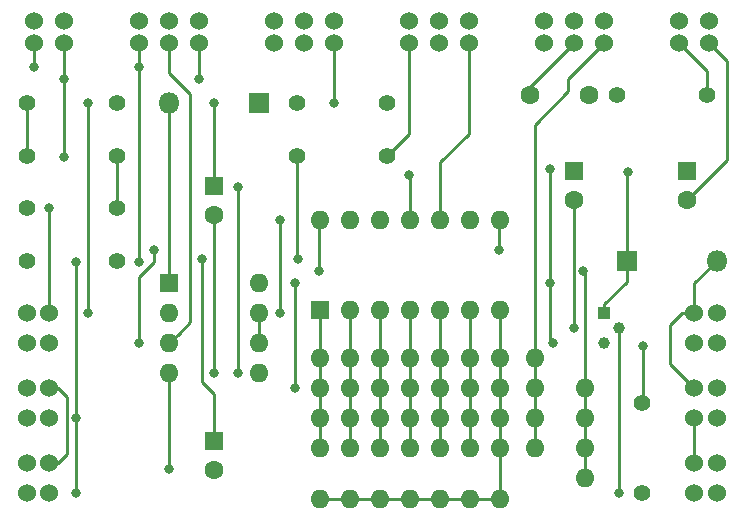
<source format=gbr>
%TF.GenerationSoftware,KiCad,Pcbnew,(2017-09-01 revision 8d1475135)-makepkg*%
%TF.CreationDate,2017-12-27T16:35:41-08:00*%
%TF.ProjectId,workshop_drum1,776F726B73686F705F6472756D312E6B,rev?*%
%TF.SameCoordinates,Original*%
%TF.FileFunction,Copper,L1,Top,Signal*%
%TF.FilePolarity,Positive*%
%FSLAX46Y46*%
G04 Gerber Fmt 4.6, Leading zero omitted, Abs format (unit mm)*
G04 Created by KiCad (PCBNEW (2017-09-01 revision 8d1475135)-makepkg) date 12/27/17 16:35:41*
%MOMM*%
%LPD*%
G01*
G04 APERTURE LIST*
%TA.AperFunction,ComponentPad*%
%ADD10O,1.600000X1.600000*%
%TD*%
%TA.AperFunction,ComponentPad*%
%ADD11C,1.600000*%
%TD*%
%TA.AperFunction,ComponentPad*%
%ADD12R,1.600000X1.600000*%
%TD*%
%TA.AperFunction,ComponentPad*%
%ADD13C,1.524000*%
%TD*%
%TA.AperFunction,ComponentPad*%
%ADD14O,1.800000X1.800000*%
%TD*%
%TA.AperFunction,ComponentPad*%
%ADD15R,1.800000X1.800000*%
%TD*%
%TA.AperFunction,ComponentPad*%
%ADD16C,1.397000*%
%TD*%
%TA.AperFunction,ComponentPad*%
%ADD17R,1.000000X1.000000*%
%TD*%
%TA.AperFunction,ComponentPad*%
%ADD18C,1.000000*%
%TD*%
%TA.AperFunction,ViaPad*%
%ADD19C,0.800000*%
%TD*%
%TA.AperFunction,Conductor*%
%ADD20C,0.250000*%
%TD*%
G04 APERTURE END LIST*
D10*
%TO.P,EnvelopeAndVoltageStarve1,1*%
%TO.N,Net-(EnvelopeAndVoltageStarve1-Pad1)*%
X49149000Y6387030D03*
X49149000Y8927030D03*
X49149000Y11467030D03*
X49149000Y3847030D03*
%TD*%
D11*
%TO.P,C2,2*%
%TO.N,GND*%
X17780000Y26075000D03*
D12*
%TO.P,C2,1*%
%TO.N,Net-(C2-Pad1)*%
X17780000Y28575000D03*
%TD*%
D10*
%TO.P,PathToSwitch1,1*%
%TO.N,Net-(Osc_Select1-Pad3)*%
X44932600Y8890000D03*
X44932600Y11430000D03*
X44932600Y13970000D03*
X44932600Y6350000D03*
%TD*%
%TO.P,IN1,1*%
%TO.N,Net-(IN1-Pad1)*%
X26771600Y13970000D03*
X26771600Y6350000D03*
X26771600Y8890000D03*
X26771600Y11430000D03*
%TD*%
%TO.P,IN2,1*%
%TO.N,Net-(IN2-Pad1)*%
X31851600Y11430000D03*
X31851600Y8890000D03*
X31851600Y6350000D03*
X31851600Y13970000D03*
%TD*%
%TO.P,IN3,1*%
%TO.N,Net-(IN3-Pad1)*%
X36931600Y13970000D03*
X36931600Y6350000D03*
X36931600Y8890000D03*
X36931600Y11430000D03*
%TD*%
%TO.P,OUT1,1*%
%TO.N,Net-(OUT1-Pad1)*%
X29311600Y11430000D03*
X29311600Y8890000D03*
X29311600Y6350000D03*
X29311600Y13970000D03*
%TD*%
%TO.P,OUT2,1*%
%TO.N,Net-(OUT2-Pad1)*%
X34391600Y13970000D03*
X34391600Y6350000D03*
X34391600Y8890000D03*
X34391600Y11430000D03*
%TD*%
%TO.P,OUT3,1*%
%TO.N,Net-(OUT3-Pad1)*%
X39471600Y11430000D03*
X39471600Y8890000D03*
X39471600Y6350000D03*
X39471600Y13970000D03*
%TD*%
%TO.P,GND1,1*%
%TO.N,Net-(GND1-Pad1)*%
X42011600Y11430000D03*
X42011600Y8890000D03*
X42011600Y6350000D03*
X42011600Y13970000D03*
%TD*%
%TO.P,GND2,1*%
%TO.N,Net-(GND1-Pad1)*%
X29311600Y2057400D03*
X31851600Y2057400D03*
X34391600Y2057400D03*
X26771600Y2057400D03*
X36931600Y2057400D03*
X42011600Y2057400D03*
X39471600Y2057400D03*
%TD*%
D13*
%TO.P,ON/OFF_LED1,*%
%TO.N,*%
X60325000Y15240000D03*
X60325000Y17780000D03*
%TO.P,ON/OFF_LED1,1*%
%TO.N,Net-(ON/OFF_LED1-Pad1)*%
X58420000Y15240000D03*
%TO.P,ON/OFF_LED1,2*%
%TO.N,Net-(D1-Pad2)*%
X58420000Y17780000D03*
%TD*%
%TO.P,Trig_LED1,2*%
%TO.N,Net-(Trig_LED1-Pad2)*%
X3810000Y15240000D03*
%TO.P,Trig_LED1,1*%
%TO.N,Net-(R8-Pad2)*%
X3810000Y17780000D03*
%TO.P,Trig_LED1,*%
%TO.N,*%
X1905000Y15240000D03*
X1905000Y17780000D03*
%TD*%
D11*
%TO.P,C5,1*%
%TO.N,Net-(C5-Pad1)*%
X49530000Y36258500D03*
%TO.P,C5,2*%
%TO.N,Net-(C5-Pad2)*%
X44530000Y36258500D03*
%TD*%
%TO.P,C4,2*%
%TO.N,GND*%
X17780000Y4485000D03*
D12*
%TO.P,C4,1*%
%TO.N,Net-(C4-Pad1)*%
X17780000Y6985000D03*
%TD*%
%TO.P,C1,1*%
%TO.N,Net-(C1-Pad1)*%
X57785000Y29845000D03*
D11*
%TO.P,C1,2*%
%TO.N,GND*%
X57785000Y27345000D03*
%TD*%
D12*
%TO.P,C3,1*%
%TO.N,+5V*%
X48260000Y29845000D03*
D11*
%TO.P,C3,2*%
%TO.N,GND*%
X48260000Y27345000D03*
%TD*%
D14*
%TO.P,D2,2*%
%TO.N,Net-(D2-Pad2)*%
X13970000Y35560000D03*
D15*
%TO.P,D2,1*%
%TO.N,Net-(C2-Pad1)*%
X21590000Y35560000D03*
%TD*%
%TO.P,D1,1*%
%TO.N,Net-(C1-Pad1)*%
X52705000Y22225000D03*
D14*
%TO.P,D1,2*%
%TO.N,Net-(D1-Pad2)*%
X60325000Y22225000D03*
%TD*%
D16*
%TO.P,R8,2*%
%TO.N,Net-(R8-Pad2)*%
X1905000Y26670000D03*
%TO.P,R8,1*%
%TO.N,GND*%
X9525000Y26670000D03*
%TD*%
%TO.P,R7,1*%
%TO.N,Net-(C5-Pad1)*%
X51879500Y36258500D03*
%TO.P,R7,2*%
%TO.N,Net-(J3-Pad1)*%
X59499500Y36258500D03*
%TD*%
%TO.P,R6,2*%
%TO.N,Net-(PITCH1-Pad1)*%
X32385000Y31115000D03*
%TO.P,R6,1*%
%TO.N,Net-(C4-Pad1)*%
X24765000Y31115000D03*
%TD*%
%TO.P,R5,1*%
%TO.N,Net-(DECAY1-Pad2)*%
X32385000Y35560000D03*
%TO.P,R5,2*%
%TO.N,Net-(C2-Pad1)*%
X24765000Y35560000D03*
%TD*%
%TO.P,R4,2*%
%TO.N,Net-(R2-Pad1)*%
X1905000Y35560000D03*
%TO.P,R4,1*%
%TO.N,Net-(D2-Pad2)*%
X9525000Y35560000D03*
%TD*%
%TO.P,R3,1*%
%TO.N,Net-(ON/OFF_LED1-Pad1)*%
X53975000Y10160000D03*
%TO.P,R3,2*%
%TO.N,GND*%
X53975000Y2540000D03*
%TD*%
%TO.P,R2,2*%
%TO.N,GND*%
X9525000Y31115000D03*
%TO.P,R2,1*%
%TO.N,Net-(R2-Pad1)*%
X1905000Y31115000D03*
%TD*%
%TO.P,R1,1*%
%TO.N,Net-(J2-Pad1)*%
X9525000Y22225000D03*
%TO.P,R1,2*%
%TO.N,Net-(Button_ON1-Pad1)*%
X1905000Y22225000D03*
%TD*%
D17*
%TO.P,U3,1*%
%TO.N,Net-(C1-Pad1)*%
X50800000Y17780000D03*
D18*
%TO.P,U3,3*%
%TO.N,+5V*%
X50800000Y15240000D03*
%TO.P,U3,2*%
%TO.N,GND*%
X52070000Y16510000D03*
%TD*%
D13*
%TO.P,J1,1*%
%TO.N,Net-(J1-Pad1)*%
X58420000Y5080000D03*
%TO.P,J1,2*%
%TO.N,GND*%
X58420000Y2540000D03*
%TO.P,J1,*%
%TO.N,*%
X60325000Y5080000D03*
X60325000Y2540000D03*
%TD*%
%TO.P,J2,*%
%TO.N,*%
X5016500Y42545000D03*
X2476500Y42545000D03*
%TO.P,J2,2*%
%TO.N,GND*%
X5016500Y40640000D03*
%TO.P,J2,1*%
%TO.N,Net-(J2-Pad1)*%
X2476500Y40640000D03*
%TD*%
%TO.P,J3,1*%
%TO.N,Net-(J3-Pad1)*%
X57150000Y40640000D03*
%TO.P,J3,2*%
%TO.N,GND*%
X59690000Y40640000D03*
%TO.P,J3,*%
%TO.N,*%
X57150000Y42545000D03*
X59690000Y42545000D03*
%TD*%
%TO.P,DECAY1,*%
%TO.N,*%
X25400000Y42545000D03*
X22860000Y42545000D03*
%TO.P,DECAY1,2*%
%TO.N,Net-(DECAY1-Pad2)*%
X25400000Y40640000D03*
%TO.P,DECAY1,1*%
%TO.N,GND*%
X22860000Y40640000D03*
%TO.P,DECAY1,3*%
%TO.N,Net-(DECAY1-Pad2)*%
X27940000Y40640000D03*
%TO.P,DECAY1,*%
%TO.N,*%
X27940000Y42545000D03*
%TD*%
%TO.P,PITCH1,*%
%TO.N,*%
X39306500Y42545000D03*
%TO.P,PITCH1,3*%
%TO.N,Net-(Osc_Select1-Pad1)*%
X39306500Y40640000D03*
%TO.P,PITCH1,1*%
%TO.N,Net-(PITCH1-Pad1)*%
X34226500Y40640000D03*
%TO.P,PITCH1,2*%
X36766500Y40640000D03*
%TO.P,PITCH1,*%
%TO.N,*%
X34226500Y42545000D03*
X36766500Y42545000D03*
%TD*%
%TO.P,SENSE/STARVE1,*%
%TO.N,*%
X13970000Y42545000D03*
X11430000Y42545000D03*
%TO.P,SENSE/STARVE1,2*%
%TO.N,Net-(SENSE/STARVE1-Pad2)*%
X13970000Y40640000D03*
%TO.P,SENSE/STARVE1,1*%
%TO.N,Net-(J2-Pad1)*%
X11430000Y40640000D03*
%TO.P,SENSE/STARVE1,3*%
%TO.N,GND*%
X16510000Y40640000D03*
%TO.P,SENSE/STARVE1,*%
%TO.N,*%
X16510000Y42545000D03*
%TD*%
%TO.P,Osc_Select1,*%
%TO.N,*%
X48196500Y42545000D03*
X45656500Y42545000D03*
%TO.P,Osc_Select1,2*%
%TO.N,Net-(C5-Pad2)*%
X48196500Y40640000D03*
%TO.P,Osc_Select1,1*%
%TO.N,Net-(Osc_Select1-Pad1)*%
X45656500Y40640000D03*
%TO.P,Osc_Select1,3*%
%TO.N,Net-(Osc_Select1-Pad3)*%
X50736500Y40640000D03*
%TO.P,Osc_Select1,*%
%TO.N,*%
X50736500Y42545000D03*
%TD*%
%TO.P,Button_ON1,1*%
%TO.N,Net-(Button_ON1-Pad1)*%
X3810000Y2540000D03*
%TO.P,Button_ON1,2*%
%TO.N,+5V*%
X3810000Y5080000D03*
%TO.P,Button_ON1,*%
%TO.N,*%
X1905000Y2540000D03*
X1905000Y5080000D03*
%TD*%
%TO.P,PWR2,*%
%TO.N,*%
X60325000Y8890000D03*
X60325000Y11430000D03*
%TO.P,PWR2,2*%
%TO.N,Net-(J1-Pad1)*%
X58420000Y8890000D03*
%TO.P,PWR2,1*%
%TO.N,Net-(D1-Pad2)*%
X58420000Y11430000D03*
%TD*%
%TO.P,Switch_On1,1*%
%TO.N,Net-(Button_ON1-Pad1)*%
X3810000Y8890000D03*
%TO.P,Switch_On1,2*%
%TO.N,+5V*%
X3810000Y11430000D03*
%TO.P,Switch_On1,*%
%TO.N,*%
X1905000Y8890000D03*
X1905000Y11430000D03*
%TD*%
D10*
%TO.P,U2,14*%
%TO.N,Net-(EnvelopeAndVoltageStarve1-Pad1)*%
X26771600Y25654000D03*
%TO.P,U2,7*%
%TO.N,Net-(GND1-Pad1)*%
X42011600Y18034000D03*
%TO.P,U2,13*%
%TO.N,Net-(U2-Pad13)*%
X29311600Y25654000D03*
%TO.P,U2,6*%
%TO.N,Net-(OUT3-Pad1)*%
X39471600Y18034000D03*
%TO.P,U2,12*%
%TO.N,Net-(U2-Pad12)*%
X31851600Y25654000D03*
%TO.P,U2,5*%
%TO.N,Net-(IN3-Pad1)*%
X36931600Y18034000D03*
%TO.P,U2,11*%
%TO.N,Net-(C4-Pad1)*%
X34391600Y25654000D03*
%TO.P,U2,4*%
%TO.N,Net-(OUT2-Pad1)*%
X34391600Y18034000D03*
%TO.P,U2,10*%
%TO.N,Net-(Osc_Select1-Pad1)*%
X36931600Y25654000D03*
%TO.P,U2,3*%
%TO.N,Net-(IN2-Pad1)*%
X31851600Y18034000D03*
%TO.P,U2,9*%
%TO.N,GND*%
X39471600Y25654000D03*
%TO.P,U2,2*%
%TO.N,Net-(OUT1-Pad1)*%
X29311600Y18034000D03*
%TO.P,U2,8*%
%TO.N,Net-(Trig_LED1-Pad2)*%
X42011600Y25654000D03*
D12*
%TO.P,U2,1*%
%TO.N,Net-(IN1-Pad1)*%
X26771600Y18034000D03*
%TD*%
%TO.P,U1,1*%
%TO.N,Net-(D2-Pad2)*%
X13970000Y20320000D03*
D10*
%TO.P,U1,5*%
%TO.N,Net-(C2-Pad1)*%
X21590000Y12700000D03*
%TO.P,U1,2*%
%TO.N,Net-(R2-Pad1)*%
X13970000Y17780000D03*
%TO.P,U1,6*%
%TO.N,Net-(EnvelopeAndVoltageStarve1-Pad1)*%
X21590000Y15240000D03*
%TO.P,U1,3*%
%TO.N,Net-(SENSE/STARVE1-Pad2)*%
X13970000Y15240000D03*
%TO.P,U1,7*%
%TO.N,Net-(EnvelopeAndVoltageStarve1-Pad1)*%
X21590000Y17780000D03*
%TO.P,U1,4*%
%TO.N,GND*%
X13970000Y12700000D03*
%TO.P,U1,8*%
%TO.N,+5V*%
X21590000Y20320000D03*
%TD*%
D19*
%TO.N,Net-(EnvelopeAndVoltageStarve1-Pad1)*%
X26670000Y21336000D03*
X49022000Y21336000D03*
X23368000Y25654000D03*
X23368000Y17780000D03*
%TO.N,Net-(Button_ON1-Pad1)*%
X6096000Y8890000D03*
X6096000Y2540000D03*
X6096000Y22098000D03*
%TO.N,+5V*%
X46228000Y29972000D03*
X46482000Y15240000D03*
X46228000Y20320000D03*
X24638000Y20320000D03*
X24638000Y11430000D03*
%TO.N,Net-(J2-Pad1)*%
X11430000Y38608000D03*
X2540000Y38608000D03*
X11430000Y22098000D03*
%TO.N,GND*%
X52070000Y2540000D03*
X48260000Y16510000D03*
X17780000Y12700000D03*
X13970000Y4572000D03*
X16510000Y37592000D03*
X5016500Y37592000D03*
X5080000Y30988000D03*
%TO.N,Net-(DECAY1-Pad2)*%
X27940000Y35560000D03*
%TO.N,Net-(C1-Pad1)*%
X52832000Y29718000D03*
%TO.N,Net-(R2-Pad1)*%
X7112000Y35560000D03*
X7112000Y17780000D03*
%TO.N,Net-(ON/OFF_LED1-Pad1)*%
X54102000Y14986000D03*
%TO.N,Net-(C2-Pad1)*%
X19812000Y28448000D03*
X19812000Y12700000D03*
X17780000Y35560000D03*
%TO.N,Net-(C4-Pad1)*%
X16764000Y22352000D03*
X24892000Y22352000D03*
X34290000Y29464000D03*
%TO.N,Net-(R8-Pad2)*%
X3810000Y26670000D03*
%TO.N,Net-(Trig_LED1-Pad2)*%
X41910000Y23114000D03*
X12700000Y23114000D03*
X11430000Y15240000D03*
%TD*%
D20*
%TO.N,Net-(GND1-Pad1)*%
X29311600Y2057400D02*
X26771600Y2057400D01*
X31851600Y2057400D02*
X29311600Y2057400D01*
X34391600Y2057400D02*
X31851600Y2057400D01*
X36931600Y2057400D02*
X34391600Y2057400D01*
X39471600Y2057400D02*
X36931600Y2057400D01*
X42011600Y2057400D02*
X40880230Y2057400D01*
X40880230Y2057400D02*
X39471600Y2057400D01*
X42011600Y6350000D02*
X42011600Y2057400D01*
X42011600Y8890000D02*
X42011600Y7758630D01*
X42011600Y7758630D02*
X42011600Y6350000D01*
X42011600Y11430000D02*
X42011600Y8890000D01*
X42011600Y13970000D02*
X42011600Y12838630D01*
X42011600Y12838630D02*
X42011600Y11430000D01*
X42011600Y18034000D02*
X42011600Y13970000D01*
%TO.N,Net-(D1-Pad2)*%
X58420000Y17780000D02*
X57342370Y17780000D01*
X57342370Y17780000D02*
X56388000Y16825630D01*
X56388000Y16825630D02*
X56388000Y13462000D01*
X56388000Y13462000D02*
X57658001Y12191999D01*
X57658001Y12191999D02*
X58420000Y11430000D01*
%TO.N,Net-(Osc_Select1-Pad1)*%
X39306500Y40640000D02*
X39306500Y32956500D01*
X39306500Y32956500D02*
X36931600Y30581600D01*
X36931600Y30581600D02*
X36931600Y25654000D01*
%TO.N,Net-(SENSE/STARVE1-Pad2)*%
X13970000Y40640000D02*
X13970000Y38100000D01*
X13970000Y38100000D02*
X15748000Y36322000D01*
X15748000Y36322000D02*
X15748000Y17018000D01*
X15748000Y17018000D02*
X14769999Y16039999D01*
X14769999Y16039999D02*
X13970000Y15240000D01*
%TO.N,Net-(Osc_Select1-Pad3)*%
X44932600Y13970000D02*
X44932600Y33756600D01*
X47752000Y36576000D02*
X47752000Y37655500D01*
X44932600Y33756600D02*
X47752000Y36576000D01*
X47752000Y37655500D02*
X50736500Y40640000D01*
%TO.N,Net-(EnvelopeAndVoltageStarve1-Pad1)*%
X26670000Y21336000D02*
X26670000Y25552400D01*
X26670000Y25552400D02*
X26771600Y25654000D01*
X49149000Y11328400D02*
X49149000Y21209000D01*
X49149000Y21209000D02*
X49022000Y21336000D01*
X23368000Y17780000D02*
X23368000Y25654000D01*
X21590000Y17780000D02*
X21590000Y15240000D01*
X49149000Y3708400D02*
X49149000Y6248400D01*
X49149000Y8788400D02*
X49149000Y7657030D01*
X49149000Y7657030D02*
X49149000Y6248400D01*
X49149000Y11328400D02*
X49149000Y10197030D01*
X49149000Y10197030D02*
X49149000Y8788400D01*
%TO.N,Net-(Button_ON1-Pad1)*%
X6096000Y22098000D02*
X6096000Y8890000D01*
X6096000Y8890000D02*
X6096000Y2540000D01*
%TO.N,+5V*%
X46228000Y20320000D02*
X46228000Y29972000D01*
X46228000Y20320000D02*
X46228000Y15494000D01*
X46228000Y15494000D02*
X46482000Y15240000D01*
X24638000Y11430000D02*
X24638000Y20320000D01*
X3810000Y5080000D02*
X4572000Y5080000D01*
X4572000Y5080000D02*
X5334000Y5842000D01*
X5334000Y5842000D02*
X5334000Y10668000D01*
X5334000Y10668000D02*
X4572000Y11430000D01*
X4572000Y11430000D02*
X3810000Y11430000D01*
%TO.N,Net-(J1-Pad1)*%
X58420000Y8890000D02*
X58420000Y5080000D01*
%TO.N,Net-(D1-Pad2)*%
X58420000Y17780000D02*
X58420000Y20320000D01*
X58420000Y20320000D02*
X60325000Y22225000D01*
%TO.N,Net-(C5-Pad2)*%
X48196500Y40640000D02*
X44530000Y36973500D01*
X44530000Y36973500D02*
X44530000Y36258500D01*
%TO.N,Net-(J2-Pad1)*%
X11430000Y40640000D02*
X11430000Y38608000D01*
X11430000Y38608000D02*
X11430000Y22098000D01*
X2476500Y38671500D02*
X2540000Y38608000D01*
X2476500Y40640000D02*
X2476500Y38671500D01*
%TO.N,GND*%
X52070000Y16510000D02*
X52070000Y2540000D01*
X48260000Y16510000D02*
X48260000Y27345000D01*
X61214000Y39116000D02*
X61214000Y30774000D01*
X61214000Y30774000D02*
X57785000Y27345000D01*
X59690000Y40640000D02*
X61214000Y39116000D01*
X17780000Y26075000D02*
X17780000Y12700000D01*
X13970000Y12700000D02*
X13970000Y4572000D01*
X16510000Y40640000D02*
X16510000Y37592000D01*
X5016500Y40640000D02*
X5016500Y37592000D01*
X5016500Y37592000D02*
X5016500Y31051500D01*
X9525000Y26670000D02*
X9525000Y31115000D01*
X5016500Y31051500D02*
X5080000Y30988000D01*
%TO.N,Net-(PITCH1-Pad1)*%
X34226500Y40640000D02*
X34226500Y32956500D01*
X34226500Y32956500D02*
X32385000Y31115000D01*
%TO.N,Net-(DECAY1-Pad2)*%
X27940000Y40640000D02*
X27940000Y35560000D01*
%TO.N,Net-(J3-Pad1)*%
X59499500Y36258500D02*
X59499500Y38290500D01*
X59499500Y38290500D02*
X57150000Y40640000D01*
%TO.N,Net-(C1-Pad1)*%
X52705000Y22225000D02*
X52705000Y29591000D01*
X52705000Y29591000D02*
X52832000Y29718000D01*
X50800000Y18542000D02*
X52705000Y20447000D01*
X52705000Y20447000D02*
X52705000Y22225000D01*
X50800000Y17780000D02*
X50800000Y18542000D01*
%TO.N,Net-(R2-Pad1)*%
X7112000Y17780000D02*
X7112000Y35560000D01*
X1905000Y35560000D02*
X1905000Y34572172D01*
X1905000Y34572172D02*
X1905000Y31115000D01*
%TO.N,Net-(ON/OFF_LED1-Pad1)*%
X54102000Y14986000D02*
X54102000Y10287000D01*
X54102000Y10287000D02*
X53975000Y10160000D01*
%TO.N,Net-(D2-Pad2)*%
X13970000Y20320000D02*
X13970000Y35560000D01*
%TO.N,Net-(C2-Pad1)*%
X19812000Y12700000D02*
X19812000Y28448000D01*
X17780000Y35560000D02*
X17780000Y28575000D01*
%TO.N,Net-(C4-Pad1)*%
X16764000Y22352000D02*
X16764000Y11938000D01*
X16764000Y11938000D02*
X17780000Y10922000D01*
X17780000Y10922000D02*
X17780000Y6985000D01*
X24765000Y31115000D02*
X24765000Y22479000D01*
X24765000Y22479000D02*
X24892000Y22352000D01*
X34391600Y25654000D02*
X34391600Y29362400D01*
X34391600Y29362400D02*
X34290000Y29464000D01*
%TO.N,Net-(R8-Pad2)*%
X3810000Y17780000D02*
X3810000Y26670000D01*
%TO.N,Net-(Trig_LED1-Pad2)*%
X41910000Y23114000D02*
X41910000Y25552400D01*
X41910000Y25552400D02*
X42011600Y25654000D01*
X12700000Y22098000D02*
X12700000Y23114000D01*
X11430000Y20828000D02*
X12700000Y22098000D01*
X11430000Y15240000D02*
X11430000Y20828000D01*
%TO.N,Net-(IN3-Pad1)*%
X36931600Y8890000D02*
X36931600Y6350000D01*
X36931600Y11430000D02*
X36931600Y10298630D01*
X36931600Y10298630D02*
X36931600Y8890000D01*
X36931600Y13970000D02*
X36931600Y12838630D01*
X36931600Y12838630D02*
X36931600Y11430000D01*
X36931600Y18034000D02*
X36931600Y16902630D01*
X36931600Y16902630D02*
X36931600Y13970000D01*
%TO.N,Net-(IN2-Pad1)*%
X31851600Y8890000D02*
X31851600Y6350000D01*
X31851600Y11430000D02*
X31851600Y8890000D01*
X31851600Y13970000D02*
X31851600Y12838630D01*
X31851600Y12838630D02*
X31851600Y11430000D01*
X31851600Y18034000D02*
X31851600Y13970000D01*
%TO.N,Net-(IN1-Pad1)*%
X26771600Y13970000D02*
X26771600Y15101370D01*
X26771600Y15101370D02*
X26771600Y18034000D01*
X26771600Y8890000D02*
X26771600Y7758630D01*
X26771600Y7758630D02*
X26771600Y6350000D01*
X26771600Y11430000D02*
X26771600Y10298630D01*
X26771600Y10298630D02*
X26771600Y8890000D01*
X26771600Y13970000D02*
X26771600Y11430000D01*
%TO.N,Net-(OUT1-Pad1)*%
X29311600Y8890000D02*
X29311600Y7758630D01*
X29311600Y7758630D02*
X29311600Y6350000D01*
X29311600Y8890000D02*
X29311600Y11430000D01*
X29311600Y13970000D02*
X29311600Y12838630D01*
X29311600Y12838630D02*
X29311600Y11430000D01*
X29311600Y18034000D02*
X29311600Y13970000D01*
%TO.N,Net-(OUT2-Pad1)*%
X34391600Y13970000D02*
X34391600Y18034000D01*
X34391600Y11430000D02*
X34391600Y12561370D01*
X34391600Y12561370D02*
X34391600Y13970000D01*
X34391600Y8890000D02*
X34391600Y11430000D01*
X34391600Y6350000D02*
X34391600Y8890000D01*
%TO.N,Net-(OUT3-Pad1)*%
X39471600Y13970000D02*
X39471600Y15101370D01*
X39471600Y15101370D02*
X39471600Y18034000D01*
X39471600Y11430000D02*
X39471600Y13970000D01*
X39471600Y8890000D02*
X39471600Y11430000D01*
X39471600Y6350000D02*
X39471600Y7481370D01*
X39471600Y7481370D02*
X39471600Y8890000D01*
%TO.N,Net-(Osc_Select1-Pad3)*%
X44932600Y11430000D02*
X44932600Y13970000D01*
X44932600Y8890000D02*
X44932600Y11430000D01*
X44932600Y6350000D02*
X44932600Y8890000D01*
%TD*%
M02*

</source>
